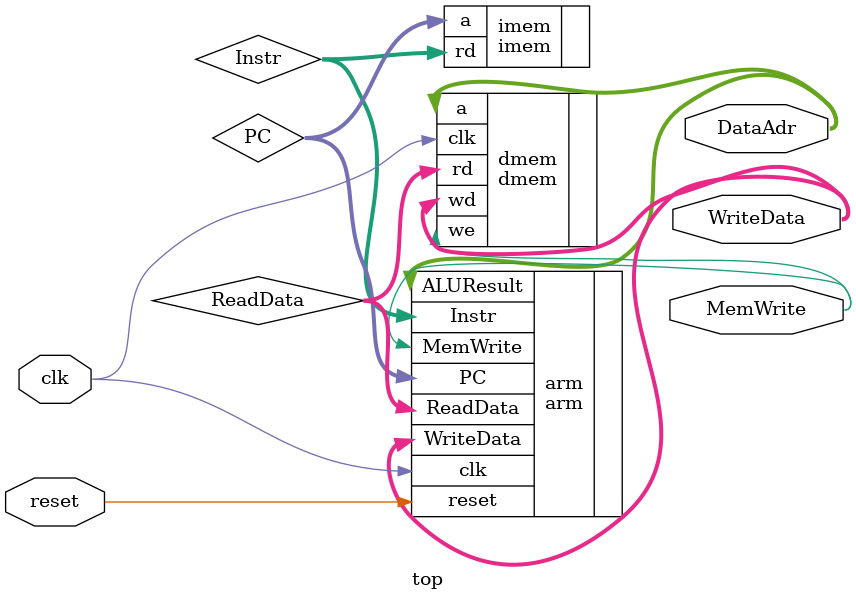
<source format=v>
`include "arm.v"
`include "imem.v"
`include "dmem.v"
module top (
	clk,
	reset,
	WriteData,
	DataAdr,
	MemWrite
);
	input wire clk;
	input wire reset;
	output wire [31:0] WriteData;
	output wire [31:0] DataAdr;
	output wire MemWrite;
	wire [31:0] PC;
	wire [31:0] Instr;
	wire [31:0] ReadData;
	arm arm(
		.clk(clk),
		.reset(reset),
		.PC(PC),
		.Instr(Instr),
		.MemWrite(MemWrite),
		.ALUResult(DataAdr),
		.WriteData(WriteData),
		.ReadData(ReadData)
	);
	imem imem(
		.a(PC),
		.rd(Instr)
	);
	dmem dmem(
		.clk(clk),
		.we(MemWrite),
		.a(DataAdr),
		.wd(WriteData),
		.rd(ReadData)
	);
endmodule
</source>
